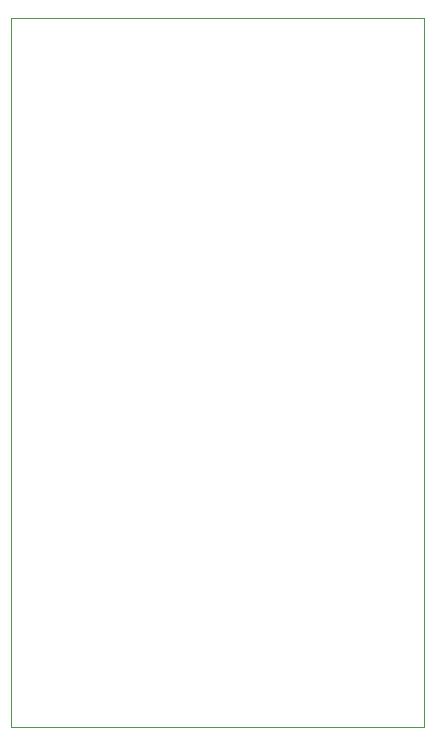
<source format=gbr>
%TF.GenerationSoftware,KiCad,Pcbnew,8.0.8*%
%TF.CreationDate,2025-01-20T01:16:46+01:00*%
%TF.ProjectId,NANO_MPU_SD_2Layers,4e414e4f-5f4d-4505-955f-53445f324c61,rev?*%
%TF.SameCoordinates,Original*%
%TF.FileFunction,Profile,NP*%
%FSLAX46Y46*%
G04 Gerber Fmt 4.6, Leading zero omitted, Abs format (unit mm)*
G04 Created by KiCad (PCBNEW 8.0.8) date 2025-01-20 01:16:46*
%MOMM*%
%LPD*%
G01*
G04 APERTURE LIST*
%TA.AperFunction,Profile*%
%ADD10C,0.050000*%
%TD*%
G04 APERTURE END LIST*
D10*
X50000000Y-50000000D02*
X85000000Y-50000000D01*
X85000000Y-110000000D01*
X50000000Y-110000000D01*
X50000000Y-50000000D01*
M02*

</source>
